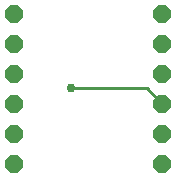
<source format=gbr>
G04 EAGLE Gerber RS-274X export*
G75*
%MOMM*%
%FSLAX34Y34*%
%LPD*%
%INBottom Copper*%
%IPPOS*%
%AMOC8*
5,1,8,0,0,1.08239X$1,22.5*%
G01*
%ADD10P,1.649562X8X22.500000*%
%ADD11P,1.649562X8X202.500000*%
%ADD12C,0.756400*%
%ADD13C,0.254000*%


D10*
X57150Y381508D03*
X57150Y356108D03*
X57150Y330708D03*
X57150Y305308D03*
X57150Y279908D03*
X57150Y254508D03*
D11*
X-68326Y254254D03*
X-68326Y279654D03*
X-68326Y305054D03*
X-68326Y330454D03*
X-68326Y355854D03*
X-68326Y381254D03*
D12*
X-19812Y318262D03*
D13*
X44196Y318262D01*
X57150Y305308D01*
M02*

</source>
